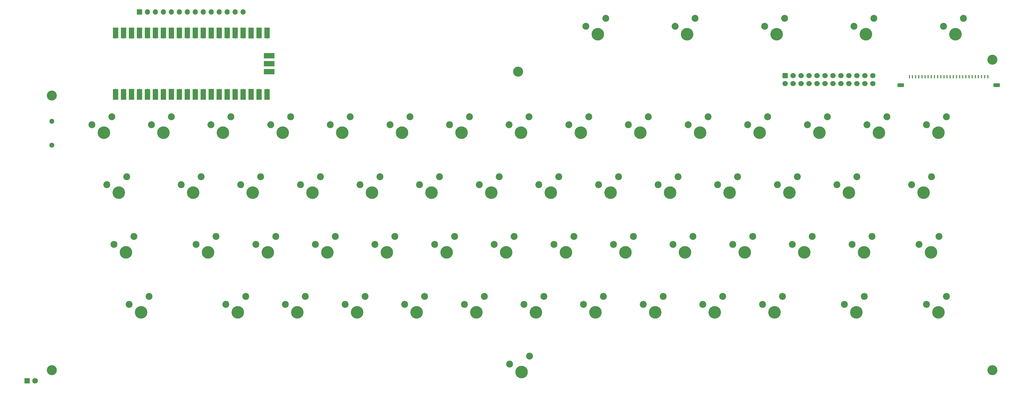
<source format=gbs>
G04 #@! TF.GenerationSoftware,KiCad,Pcbnew,(5.1.10)-1*
G04 #@! TF.CreationDate,2021-09-25T20:53:58-07:00*
G04 #@! TF.ProjectId,Atari130MX,41746172-6931-4333-904d-582e6b696361,C*
G04 #@! TF.SameCoordinates,Original*
G04 #@! TF.FileFunction,Soldermask,Bot*
G04 #@! TF.FilePolarity,Negative*
%FSLAX46Y46*%
G04 Gerber Fmt 4.6, Leading zero omitted, Abs format (unit mm)*
G04 Created by KiCad (PCBNEW (5.1.10)-1) date 2021-09-25 20:53:58*
%MOMM*%
%LPD*%
G01*
G04 APERTURE LIST*
%ADD10O,1.600000X1.600000*%
%ADD11C,1.600000*%
%ADD12R,0.400000X1.000000*%
%ADD13R,2.000000X1.300000*%
%ADD14O,1.700000X1.700000*%
%ADD15R,1.700000X1.700000*%
%ADD16R,1.700000X3.500000*%
%ADD17R,3.500000X1.700000*%
%ADD18C,1.700000*%
%ADD19C,3.200000*%
%ADD20C,4.000000*%
%ADD21C,2.200000*%
%ADD22C,1.800000*%
%ADD23R,1.800000X1.800000*%
G04 APERTURE END LIST*
D10*
X37220000Y-60425000D03*
D11*
X37220000Y-68045000D03*
D12*
X310470000Y-46180000D03*
X311470000Y-46180000D03*
X312470000Y-46180000D03*
X313470000Y-46180000D03*
X314470000Y-46180000D03*
X315470000Y-46180000D03*
X316470000Y-46180000D03*
X317470000Y-46180000D03*
X318470000Y-46180000D03*
X319470000Y-46180000D03*
X320470000Y-46180000D03*
X321470000Y-46180000D03*
X322470000Y-46180000D03*
X323470000Y-46180000D03*
X324470000Y-46180000D03*
X325470000Y-46180000D03*
X326470000Y-46180000D03*
X327470000Y-46180000D03*
X328470000Y-46180000D03*
X329470000Y-46180000D03*
X330470000Y-46180000D03*
X331470000Y-46180000D03*
X332470000Y-46180000D03*
X333470000Y-46180000D03*
X334470000Y-46180000D03*
X335470000Y-46180000D03*
D13*
X307670000Y-48880000D03*
X338270000Y-48880000D03*
D14*
X57540000Y-33120000D03*
X60080000Y-33120000D03*
D15*
X62620000Y-33120000D03*
D14*
X65160000Y-33120000D03*
X67700000Y-33120000D03*
X70240000Y-33120000D03*
X72780000Y-33120000D03*
D15*
X75320000Y-33120000D03*
D14*
X77860000Y-33120000D03*
X80400000Y-33120000D03*
X82940000Y-33120000D03*
X85480000Y-33120000D03*
D15*
X88020000Y-33120000D03*
D14*
X90560000Y-33120000D03*
X93100000Y-33120000D03*
X95640000Y-33120000D03*
X98180000Y-33120000D03*
D15*
X100720000Y-33120000D03*
D14*
X103260000Y-33120000D03*
X105800000Y-33120000D03*
X105800000Y-50900000D03*
X103260000Y-50900000D03*
D15*
X100720000Y-50900000D03*
D14*
X98180000Y-50900000D03*
X95640000Y-50900000D03*
X93100000Y-50900000D03*
X90560000Y-50900000D03*
D15*
X88020000Y-50900000D03*
D14*
X85480000Y-50900000D03*
X82940000Y-50900000D03*
X80400000Y-50900000D03*
X77860000Y-50900000D03*
D15*
X75320000Y-50900000D03*
D14*
X72780000Y-50900000D03*
X70240000Y-50900000D03*
X67700000Y-50900000D03*
X65160000Y-50900000D03*
D15*
X62620000Y-50900000D03*
D14*
X60080000Y-50900000D03*
X57540000Y-50900000D03*
D16*
X57540000Y-32220000D03*
X60080000Y-32220000D03*
X62620000Y-32220000D03*
X65160000Y-32220000D03*
X67700000Y-32220000D03*
X70240000Y-32220000D03*
X72780000Y-32220000D03*
X75320000Y-32220000D03*
X77860000Y-32220000D03*
X80400000Y-32220000D03*
X82940000Y-32220000D03*
X85480000Y-32220000D03*
X88020000Y-32220000D03*
X90560000Y-32220000D03*
X93100000Y-32220000D03*
X95640000Y-32220000D03*
X98180000Y-32220000D03*
X100720000Y-32220000D03*
X103260000Y-32220000D03*
X105800000Y-32220000D03*
X57540000Y-51800000D03*
X60080000Y-51800000D03*
X62620000Y-51800000D03*
X65160000Y-51800000D03*
X67700000Y-51800000D03*
X70240000Y-51800000D03*
X72780000Y-51800000D03*
X75320000Y-51800000D03*
X77860000Y-51800000D03*
X80400000Y-51800000D03*
X82940000Y-51800000D03*
X85480000Y-51800000D03*
X88020000Y-51800000D03*
X90560000Y-51800000D03*
X93100000Y-51800000D03*
X95640000Y-51800000D03*
X98180000Y-51800000D03*
X100720000Y-51800000D03*
X103260000Y-51800000D03*
X105800000Y-51800000D03*
D17*
X106470000Y-39470000D03*
D14*
X105570000Y-39470000D03*
D17*
X106470000Y-42010000D03*
D15*
X105570000Y-42010000D03*
D17*
X106470000Y-44550000D03*
D14*
X105570000Y-44550000D03*
D15*
X65160000Y-25500000D03*
D14*
X67700000Y-25500000D03*
X70240000Y-25500000D03*
X72780000Y-25500000D03*
X75320000Y-25500000D03*
X77860000Y-25500000D03*
X80400000Y-25500000D03*
X82940000Y-25500000D03*
X85480000Y-25500000D03*
X88020000Y-25500000D03*
X90560000Y-25500000D03*
X93100000Y-25500000D03*
X95640000Y-25500000D03*
X98180000Y-25500000D03*
G36*
G01*
X270300000Y-44970000D02*
X271500000Y-44970000D01*
G75*
G02*
X271750000Y-45220000I0J-250000D01*
G01*
X271750000Y-46420000D01*
G75*
G02*
X271500000Y-46670000I-250000J0D01*
G01*
X270300000Y-46670000D01*
G75*
G02*
X270050000Y-46420000I0J250000D01*
G01*
X270050000Y-45220000D01*
G75*
G02*
X270300000Y-44970000I250000J0D01*
G01*
G37*
D18*
X273440000Y-45820000D03*
X275980000Y-45820000D03*
X278520000Y-45820000D03*
X281060000Y-45820000D03*
X283600000Y-45820000D03*
X286140000Y-45820000D03*
X288680000Y-45820000D03*
X291220000Y-45820000D03*
X293760000Y-45820000D03*
X296300000Y-45820000D03*
X298840000Y-45820000D03*
X270900000Y-48360000D03*
X273440000Y-48360000D03*
X275980000Y-48360000D03*
X278520000Y-48360000D03*
X281060000Y-48360000D03*
X283600000Y-48360000D03*
X286140000Y-48360000D03*
X288680000Y-48360000D03*
X291220000Y-48360000D03*
X293760000Y-48360000D03*
X296300000Y-48360000D03*
X298840000Y-48360000D03*
D19*
X37220000Y-139800000D03*
X336940000Y-139800000D03*
X336940000Y-40740000D03*
X185810000Y-44550000D03*
X37220000Y-52170000D03*
D20*
X293585000Y-121330000D03*
D21*
X289775000Y-118790000D03*
X296125000Y-116250000D03*
D20*
X60800000Y-102230000D03*
D21*
X56990000Y-99690000D03*
X63340000Y-97150000D03*
D20*
X65610000Y-121330000D03*
D21*
X61800000Y-118790000D03*
X68150000Y-116250000D03*
X242200000Y-27530000D03*
D20*
X239660000Y-32610000D03*
D21*
X235850000Y-30070000D03*
X270700000Y-27530000D03*
D20*
X268160000Y-32610000D03*
D21*
X264350000Y-30070000D03*
X327700000Y-27530000D03*
D20*
X325160000Y-32610000D03*
D21*
X321350000Y-30070000D03*
X299200000Y-27530000D03*
D20*
X296660000Y-32610000D03*
D21*
X292850000Y-30070000D03*
X213700000Y-27530000D03*
D20*
X211160000Y-32610000D03*
D21*
X207350000Y-30070000D03*
D20*
X186860000Y-140380000D03*
D21*
X183050000Y-137840000D03*
X189400000Y-135300000D03*
D22*
X31900000Y-143200000D03*
D23*
X29360000Y-143200000D03*
D20*
X96460000Y-121330000D03*
D21*
X92650000Y-118790000D03*
X99000000Y-116250000D03*
D20*
X177220000Y-83160000D03*
D21*
X173410000Y-80620000D03*
X179760000Y-78080000D03*
D20*
X115460000Y-121330000D03*
D21*
X111650000Y-118790000D03*
X118000000Y-116250000D03*
D20*
X101220000Y-83160000D03*
D21*
X97410000Y-80620000D03*
X103760000Y-78080000D03*
D20*
X153460000Y-121330000D03*
D21*
X149650000Y-118790000D03*
X156000000Y-116250000D03*
D20*
X196220000Y-83160000D03*
D21*
X192410000Y-80620000D03*
X198760000Y-78080000D03*
D20*
X58520000Y-83160000D03*
D21*
X54710000Y-80620000D03*
X61060000Y-78080000D03*
D20*
X158220000Y-83160000D03*
D21*
X154410000Y-80620000D03*
X160760000Y-78080000D03*
D20*
X296000000Y-102230000D03*
D21*
X292190000Y-99690000D03*
X298540000Y-97150000D03*
D20*
X267460000Y-121330000D03*
D21*
X263650000Y-118790000D03*
X270000000Y-116250000D03*
D20*
X258000000Y-102230000D03*
D21*
X254190000Y-99690000D03*
X260540000Y-97150000D03*
D20*
X106000000Y-102230000D03*
D21*
X102190000Y-99690000D03*
X108540000Y-97150000D03*
D20*
X315020000Y-83160000D03*
D21*
X311210000Y-80620000D03*
X317560000Y-78080000D03*
D20*
X139220000Y-83160000D03*
D21*
X135410000Y-80620000D03*
X141760000Y-78080000D03*
D20*
X82220000Y-83160000D03*
D21*
X78410000Y-80620000D03*
X84760000Y-78080000D03*
D20*
X277000000Y-102230000D03*
D21*
X273190000Y-99690000D03*
X279540000Y-97150000D03*
D20*
X248460000Y-121330000D03*
D21*
X244650000Y-118790000D03*
X251000000Y-116250000D03*
D20*
X253220000Y-83160000D03*
D21*
X249410000Y-80620000D03*
X255760000Y-78080000D03*
D20*
X234220000Y-83160000D03*
D21*
X230410000Y-80620000D03*
X236760000Y-78080000D03*
D20*
X191460000Y-121330000D03*
D21*
X187650000Y-118790000D03*
X194000000Y-116250000D03*
D20*
X210460000Y-121330000D03*
D21*
X206650000Y-118790000D03*
X213000000Y-116250000D03*
D20*
X262760000Y-64060000D03*
D21*
X258950000Y-61520000D03*
X265300000Y-58980000D03*
D20*
X239000000Y-102230000D03*
D21*
X235190000Y-99690000D03*
X241540000Y-97150000D03*
D20*
X220000000Y-102230000D03*
D21*
X216190000Y-99690000D03*
X222540000Y-97150000D03*
D20*
X201000000Y-102230000D03*
D21*
X197190000Y-99690000D03*
X203540000Y-97150000D03*
D20*
X319760000Y-121330000D03*
D21*
X315950000Y-118790000D03*
X322300000Y-116250000D03*
D20*
X215220000Y-83160000D03*
D21*
X211410000Y-80620000D03*
X217760000Y-78080000D03*
D20*
X182000000Y-102230000D03*
D21*
X178190000Y-99690000D03*
X184540000Y-97150000D03*
D20*
X281760000Y-64060000D03*
D21*
X277950000Y-61520000D03*
X284300000Y-58980000D03*
D20*
X163000000Y-102230000D03*
D21*
X159190000Y-99690000D03*
X165540000Y-97150000D03*
D20*
X144000000Y-102230000D03*
D21*
X140190000Y-99690000D03*
X146540000Y-97150000D03*
D20*
X53760000Y-64060000D03*
D21*
X49950000Y-61520000D03*
X56300000Y-58980000D03*
D20*
X291220000Y-83160000D03*
D21*
X287410000Y-80620000D03*
X293760000Y-78080000D03*
D20*
X120220000Y-83160000D03*
D21*
X116410000Y-80620000D03*
X122760000Y-78080000D03*
D20*
X300760000Y-64060000D03*
D21*
X296950000Y-61520000D03*
X303300000Y-58980000D03*
D20*
X272220000Y-83160000D03*
D21*
X268410000Y-80620000D03*
X274760000Y-78080000D03*
D20*
X125000000Y-102230000D03*
D21*
X121190000Y-99690000D03*
X127540000Y-97150000D03*
D20*
X317400000Y-102230000D03*
D21*
X313590000Y-99690000D03*
X319940000Y-97150000D03*
D20*
X229460000Y-121330000D03*
D21*
X225650000Y-118790000D03*
X232000000Y-116250000D03*
D20*
X134460000Y-121330000D03*
D21*
X130650000Y-118790000D03*
X137000000Y-116250000D03*
D20*
X319760000Y-64060000D03*
D21*
X315950000Y-61520000D03*
X322300000Y-58980000D03*
D20*
X172460000Y-121330000D03*
D21*
X168650000Y-118790000D03*
X175000000Y-116250000D03*
D20*
X87000000Y-102230000D03*
D21*
X83190000Y-99690000D03*
X89540000Y-97150000D03*
D20*
X224760000Y-64060000D03*
D21*
X220950000Y-61520000D03*
X227300000Y-58980000D03*
D20*
X205760000Y-64060000D03*
D21*
X201950000Y-61520000D03*
X208300000Y-58980000D03*
D20*
X186760000Y-64060000D03*
D21*
X182950000Y-61520000D03*
X189300000Y-58980000D03*
D20*
X167760000Y-64060000D03*
D21*
X163950000Y-61520000D03*
X170300000Y-58980000D03*
D20*
X148760000Y-64060000D03*
D21*
X144950000Y-61520000D03*
X151300000Y-58980000D03*
D20*
X129760000Y-64060000D03*
D21*
X125950000Y-61520000D03*
X132300000Y-58980000D03*
D20*
X110760000Y-64060000D03*
D21*
X106950000Y-61520000D03*
X113300000Y-58980000D03*
D20*
X91760000Y-64060000D03*
D21*
X87950000Y-61520000D03*
X94300000Y-58980000D03*
D20*
X72760000Y-64060000D03*
D21*
X68950000Y-61520000D03*
X75300000Y-58980000D03*
D20*
X243760000Y-64060000D03*
D21*
X239950000Y-61520000D03*
X246300000Y-58980000D03*
M02*

</source>
